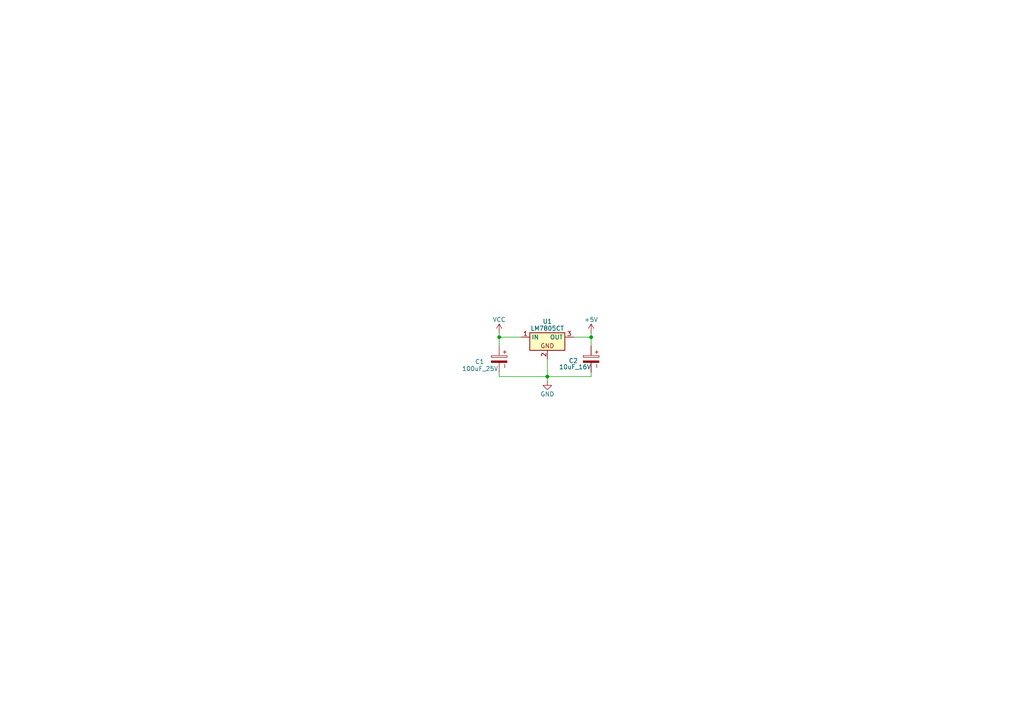
<source format=kicad_sch>
(kicad_sch (version 20250114) (generator "eeschema") (generator_version "9.0")
  (paper "A4")
  (lib_symbols
    (symbol "PCM_SL_Capacitors:100uF_25V"
      (property "Reference" "C" (at 0 7.62 0))
      (property "Value" "100uF_25V" (at 0 5.08 0))
      (symbol "100uF_25V_0_0"
        (text "+" (at -2.032 1.524 0) (effects (font (size 1.27 1.27))))
        (text "-" (at 2.032 1.524 0) (effects (font (size 1.27 1.27))))
      )
      (symbol "100uF_25V_0_1"
        (rectangle (start -1.016 -2.286) (end -0.508 2.286))
        (rectangle (start 0.508 -2.286) (end 1.016 2.286) (fill (type outline)))
      )
      (symbol "100uF_25V_1_1"
        (pin passive line (at -3.81 0 0) (length 2.7) (name "~") (number "1"))
        (pin input line (at 3.81 0 180) (length 2.7) (name "~") (number "2"))
      )
    )
    (symbol "PCM_SL_Capacitors:10uF_16V"
      (property "Reference" "C" (at 0 7.62 0))
      (property "Value" "10uF_16V" (at 0 5.08 0))
      (symbol "10uF_16V_0_0"
        (text "+" (at -2.032 1.524 0) (effects (font (size 1.27 1.27))))
        (text "-" (at 2.032 1.524 0) (effects (font (size 1.27 1.27))))
      )
      (symbol "10uF_16V_0_1"
        (rectangle (start -1.016 -2.286) (end -0.508 2.286))
        (rectangle (start 0.508 -2.286) (end 1.016 2.286) (fill (type outline)))
      )
      (symbol "10uF_16V_1_1"
        (pin passive line (at -3.81 0 0) (length 2.7) (name "~") (number "1"))
        (pin input line (at 3.81 0 180) (length 2.7) (name "~") (number "2"))
      )
    )
    (symbol "PCM_Voltage_Regulator_AKL:LM7805CT"
      (property "Reference" "U" (at 0 6.35 0))
      (property "Value" "LM7805CT" (at 0 3.81 0))
      (symbol "LM7805CT_0_0"
        (rectangle (start -5.08 1.27) (end 5.08 -3.81) (stroke (width 0.254)) (fill (type background)))
        (text "GND" (at 0 -2.54 0) (effects (font (size 1.27 1.27))))
      )
      (symbol "LM7805CT_1_1"
        (pin power_in line (at -7.62 0 0) (length 2.54) (name "IN") (number "1"))
        (pin power_in line (at 0 -6.35 90) (length 2.54) (name "~") (number "2"))
        (pin power_out line (at 7.62 0 180) (length 2.54) (name "OUT") (number "3"))
      )
    )
    (symbol "power:+5V" (power) (pin_numbers (hide yes)) (pin_names (offset 0) (hide yes))
      (property "Value" "+5V" (at 0 3.556 0))
      (symbol "+5V_0_1"
        (polyline (pts (xy -0.762 1.27) (xy 0 2.54)))
        (polyline (pts (xy 0 2.54) (xy 0.762 1.27)))
        (polyline (pts (xy 0 0) (xy 0 2.54)))
      )
      (symbol "+5V_1_1"
        (pin power_in line (at 0 0 90) (length 0) (name "~") (number "1"))
      )
    )
    (symbol "power:GND" (power) (pin_numbers (hide yes)) (pin_names (offset 0) (hide yes))
      (property "Value" "GND" (at 0 -3.81 0))
      (symbol "GND_0_1"
        (polyline (pts (xy 0 0) (xy 0 -1.27) (xy 1.27 -1.27) (xy 0 -2.54) (xy -1.27 -1.27) (xy 0 -1.27)))
      )
      (symbol "GND_1_1"
        (pin power_in line (at 0 0 270) (length 0) (name "~") (number "1"))
      )
    )
    (symbol "power:VCC" (power) (pin_numbers (hide yes)) (pin_names (offset 0) (hide yes))
      (property "Value" "VCC" (at 0 3.556 0))
      (symbol "VCC_0_1"
        (polyline (pts (xy -0.762 1.27) (xy 0 2.54)))
        (polyline (pts (xy 0 2.54) (xy 0.762 1.27)))
        (polyline (pts (xy 0 0) (xy 0 2.54)))
      )
      (symbol "VCC_1_1"
        (pin power_in line (at 0 0 90) (length 0) (name "~") (number "1"))
      )
    )
  )
  (junction (at 158.75 109.22))
  (junction (at 144.78 97.79))
  (junction (at 171.45 97.79))
  (wire (pts (xy 171.45 107.95) (xy 171.45 109.22)))
  (wire (pts (xy 144.78 96.52) (xy 144.78 97.79)))
  (wire (pts (xy 144.78 97.79) (xy 144.78 100.33)))
  (wire (pts (xy 144.78 97.79) (xy 151.13 97.79)))
  (wire (pts (xy 158.75 104.14) (xy 158.75 109.22)))
  (wire (pts (xy 158.75 109.22) (xy 171.45 109.22)))
  (wire (pts (xy 158.75 109.22) (xy 158.75 110.49)))
  (wire (pts (xy 166.37 97.79) (xy 171.45 97.79)))
  (wire (pts (xy 144.78 107.95) (xy 144.78 109.22)))
  (wire (pts (xy 144.78 109.22) (xy 158.75 109.22)))
  (wire (pts (xy 171.45 96.52) (xy 171.45 97.79)))
  (wire (pts (xy 171.45 97.79) (xy 171.45 100.33)))
  (symbol (lib_id "power:VCC") (at 144.78 96.52 0) (unit 1)
    (property "Reference" "#PWR04" (effects (hide yes)))
    (property "Value" "VCC" (at 144.78 92.71 0))
    (property "Description" "Power symbol creates a global label with name \"VCC\"" (effects (hide yes)))
  )
  (symbol (lib_id "power:GND") (at 158.75 110.49 0) (unit 1)
    (property "Reference" "#PWR01" (effects (hide yes)))
    (property "Value" "GND" (at 158.75 114.3 0))
    (property "Description" "Power symbol creates a global label with name \"GND\" , ground" (effects (hide yes)))
  )
  (symbol (lib_id "PCM_SL_Capacitors:100uF_25V") (at 144.78 104.14 270) (unit 1)
    (property "Reference" "C1" (at 140.462 104.902 90) (effects (justify right)))
    (property "Value" "100uF_25V" (at 144.526 106.934 90) (effects (justify right)))
    (property "Footprint" "Capacitor_THT:CP_Radial_D6.3mm_P2.50mm" (effects (hide yes)))
    (property "Description" "100uF, 25V Electrolytic Capacitor" (effects (hide yes)))
  )
  (symbol (lib_id "power:+5V") (at 171.45 96.52 0) (unit 1)
    (property "Reference" "#PWR03" (effects (hide yes)))
    (property "Value" "+5V" (at 171.45 92.71 0))
    (property "Description" "Power symbol creates a global label with name \"+5V\"" (effects (hide yes)))
  )
  (symbol (lib_id "PCM_SL_Capacitors:10uF_16V") (at 171.45 104.14 270) (unit 1)
    (property "Reference" "C2" (at 167.64 104.648 90) (effects (justify right)))
    (property "Value" "10uF_16V" (at 171.45 106.426 90) (effects (justify right)))
    (property "Footprint" "Capacitor_THT:CP_Radial_D5.0mm_P2.00mm" (effects (hide yes)))
    (property "Description" "10uF, 16V Electrolytic Capacitor" (effects (hide yes)))
  )
  (symbol (lib_id "PCM_Voltage_Regulator_AKL:LM7805CT") (at 158.75 97.79 0) (unit 1)
    (property "Reference" "U1" (at 158.75 93.218 0))
    (property "Value" "LM7805CT" (at 158.75 95.25 0))
    (property "Footprint" "PCM_Package_TO_SOT_THT_AKL:TO-220-3_Vertical" (effects (hide yes)))
    (property "Datasheet" "https://datasheet.octopart.com/LM7805CT-Fairchild-datasheet-5337151.pdf" (effects (hide yes)))
    (property "Description" "TO-220 5V 1A 3-terminal voltage regulator, Alternate KiCad Library" (effects (hide yes)))
  )
)
</source>
